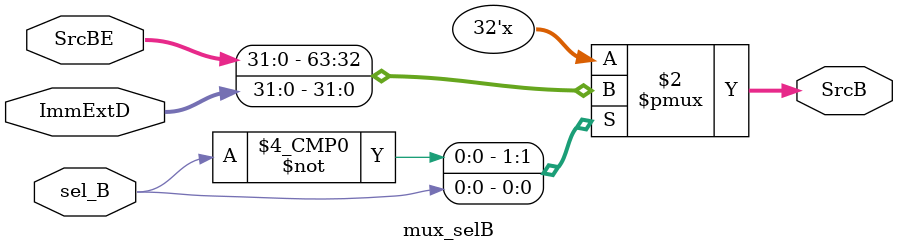
<source format=sv>
module mux_selB (
    input logic         sel_B, //from controller
    input logic  [31:0] ImmExtD,SrcBE,
    output logic [31:0] SrcB
);

always_comb begin 
    case (sel_B)
       1'b0 : SrcB = SrcBE;
       1'b1 : SrcB = ImmExtD;
    endcase
    
end
    
endmodule


</source>
